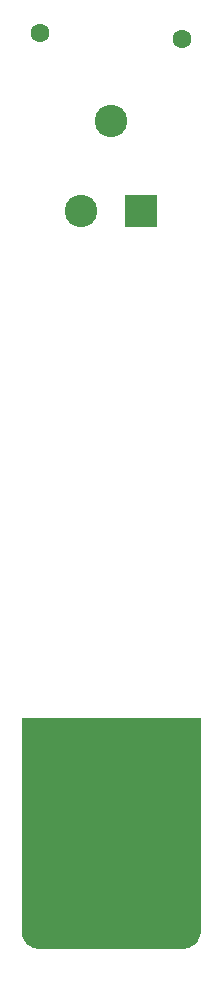
<source format=gbr>
%TF.GenerationSoftware,KiCad,Pcbnew,9.0.4*%
%TF.CreationDate,2025-10-20T17:15:32-05:00*%
%TF.ProjectId,Molecule_18650_Battery,4d6f6c65-6375-46c6-955f-31383635305f,rev?*%
%TF.SameCoordinates,Original*%
%TF.FileFunction,Copper,L2,Bot*%
%TF.FilePolarity,Positive*%
%FSLAX46Y46*%
G04 Gerber Fmt 4.6, Leading zero omitted, Abs format (unit mm)*
G04 Created by KiCad (PCBNEW 9.0.4) date 2025-10-20 17:15:32*
%MOMM*%
%LPD*%
G01*
G04 APERTURE LIST*
%TA.AperFunction,ComponentPad*%
%ADD10C,2.745000*%
%TD*%
%TA.AperFunction,ComponentPad*%
%ADD11R,2.745000X2.745000*%
%TD*%
%TA.AperFunction,ComponentPad*%
%ADD12C,1.600000*%
%TD*%
G04 APERTURE END LIST*
D10*
%TO.P,BT2,3,3*%
%TO.N,/NEG*%
X7960000Y9880000D03*
%TO.P,BT2,2,2*%
X10500000Y17500000D03*
D11*
%TO.P,BT2,1,1*%
X5420000Y17500000D03*
%TD*%
D12*
%TO.P,MP1,1*%
%TO.N,/NEG*%
X2000000Y2000000D03*
%TD*%
%TO.P,MP4,1*%
%TO.N,/NEG*%
X14000000Y2000000D03*
%TD*%
%TO.P,MP2,1*%
%TO.N,/POS*%
X2000000Y78000000D03*
%TD*%
%TO.P,MP3,1*%
%TO.N,/POS*%
X14000000Y77500000D03*
%TD*%
D11*
%TO.P,BT1,1,1*%
%TO.N,/POS*%
X10500000Y62880000D03*
D10*
%TO.P,BT1,2,2*%
X5420000Y62880000D03*
%TO.P,BT1,3,3*%
X7960000Y70500000D03*
%TD*%
%TA.AperFunction,Conductor*%
%TO.N,/NEG*%
G36*
X15542539Y20000315D02*
G01*
X15588294Y19947511D01*
X15599500Y19896000D01*
X15599500Y2004427D01*
X15599184Y1995580D01*
X15583851Y1781211D01*
X15581333Y1763700D01*
X15536595Y1558039D01*
X15531611Y1541063D01*
X15458053Y1343849D01*
X15450703Y1327757D01*
X15349836Y1143031D01*
X15340271Y1128146D01*
X15214133Y959646D01*
X15202547Y946276D01*
X15053723Y797452D01*
X15040355Y785867D01*
X14871848Y659724D01*
X14856968Y650163D01*
X14672242Y549296D01*
X14656150Y541946D01*
X14458928Y468385D01*
X14441969Y463406D01*
X14236296Y418665D01*
X14218791Y416148D01*
X14012013Y401359D01*
X14004418Y400816D01*
X13995572Y400500D01*
X2004428Y400500D01*
X1995582Y400816D01*
X1989378Y401259D01*
X1781206Y416148D01*
X1763705Y418665D01*
X1558026Y463407D01*
X1541075Y468384D01*
X1343844Y541948D01*
X1327757Y549296D01*
X1143025Y650166D01*
X1128157Y659720D01*
X959637Y785873D01*
X946283Y797445D01*
X797445Y946283D01*
X785873Y959637D01*
X659720Y1128157D01*
X650166Y1143025D01*
X549295Y1327757D01*
X541946Y1343849D01*
X468384Y1541075D01*
X463407Y1558026D01*
X418665Y1763705D01*
X416148Y1781212D01*
X400816Y1995581D01*
X400500Y2004427D01*
X400500Y19896000D01*
X420185Y19963039D01*
X472989Y20008794D01*
X524500Y20020000D01*
X15475500Y20020000D01*
X15542539Y20000315D01*
G37*
%TD.AperFunction*%
%TD*%
M02*

</source>
